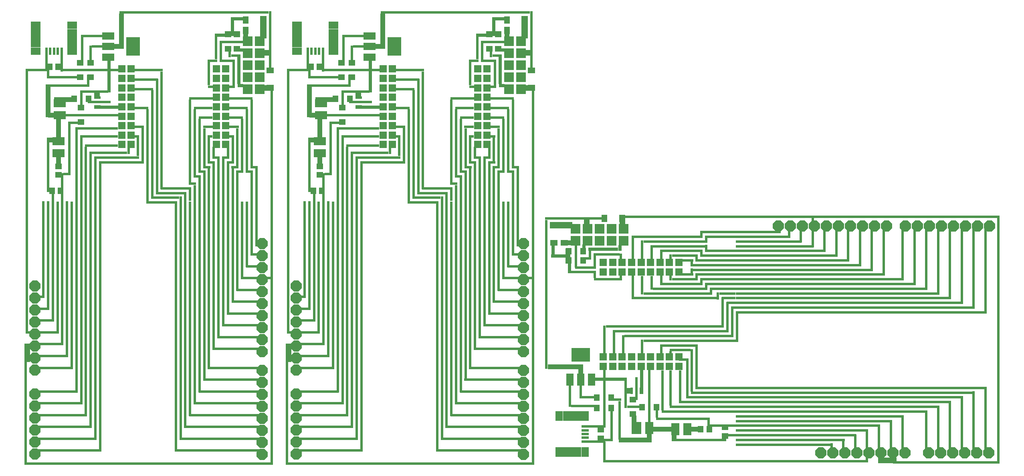
<source format=gbl>
G04 Layer_Physical_Order=2*
G04 Layer_Color=16711680*
%FSLAX44Y44*%
%MOMM*%
G71*
G01*
G75*
%ADD10R,1.2000X1.6000*%
%ADD11R,1.4000X1.2000*%
%ADD12R,1.2000X1.4000*%
%ADD13R,1.6000X1.2000*%
%ADD14R,0.6000X1.6000*%
%ADD15R,2.0000X1.6000*%
%ADD16R,2.5000X1.5000*%
%ADD17R,1.4500X0.5500*%
%ADD18R,1.4500X0.5500*%
%ADD19R,0.5000X2.8000*%
%ADD20R,2.5000X0.5000*%
%ADD21R,0.5000X4.2500*%
%ADD22R,1.5000X1.0000*%
%ADD23R,8.2500X0.5000*%
%ADD24R,0.5000X2.5000*%
%ADD25R,3.9000X1.0000*%
%ADD26R,5.2500X0.7500*%
%ADD27R,3.6000X0.5000*%
%ADD28R,1.0000X5.5000*%
%ADD29R,6.5000X0.5000*%
%ADD30R,0.5000X1.4999*%
%ADD31R,6.0000X0.5000*%
%ADD32R,6.5000X0.5000*%
%ADD33R,0.5000X3.0000*%
%ADD34R,1.5000X0.5000*%
%ADD35R,0.5000X11.5000*%
%ADD36R,5.5000X0.5000*%
%ADD37R,0.5000X9.5000*%
%ADD38R,4.5000X0.5000*%
%ADD39R,0.5000X7.5000*%
%ADD40R,3.5000X0.5000*%
%ADD41R,0.5000X5.5000*%
%ADD42R,2.5000X0.5000*%
%ADD43R,0.5000X1.5000*%
%ADD44R,0.5000X3.5000*%
%ADD45R,1.5000X0.5000*%
%ADD46R,0.5000X25.0000*%
%ADD47R,4.0000X0.5000*%
%ADD48R,0.5000X7.5000*%
%ADD49R,3.0000X0.5000*%
%ADD50R,2.0000X0.5000*%
%ADD51R,1.0000X0.5000*%
%ADD52R,0.5000X24.5000*%
%ADD53R,5.5000X0.5000*%
%ADD54R,4.5000X0.5000*%
%ADD55R,0.5000X23.0000*%
%ADD56R,0.5000X20.0000*%
%ADD57R,0.5000X8.0000*%
%ADD58R,9.0000X0.5000*%
%ADD59R,0.5000X9.0000*%
%ADD60R,0.5000X4.5000*%
%ADD61R,0.5000X10.0000*%
%ADD62R,0.5000X10.5000*%
%ADD63R,8.0000X0.5000*%
%ADD64R,0.5000X2.0000*%
%ADD65R,0.5000X12.0000*%
%ADD66R,7.0000X0.5000*%
%ADD67R,7.5000X0.5000*%
%ADD68R,0.5000X14.5000*%
%ADD69R,8.5000X0.5000*%
%ADD70R,0.5000X16.2000*%
%ADD71R,0.5000X3.5000*%
%ADD72R,0.5000X7.0000*%
%ADD73R,0.5000X6.0000*%
%ADD74R,0.5000X7.0000*%
%ADD75R,0.5000X4.5000*%
%ADD76R,0.5000X8.0000*%
%ADD77R,0.5000X1.5000*%
%ADD78R,0.5000X10.0000*%
%ADD79R,1.5000X0.5000*%
%ADD80R,0.5000X2.5000*%
%ADD81R,0.5000X9.0000*%
%ADD82R,0.5000X3.5000*%
%ADD83R,0.5000X7.0000*%
%ADD84R,5.0800X0.5000*%
%ADD85R,3.3000X1.1000*%
%ADD86R,0.7000X1.0000*%
%ADD87R,1.3400X4.7340*%
%ADD88R,1.0000X0.5000*%
%ADD89R,0.5000X55.5000*%
%ADD90R,0.6000X3.7000*%
%ADD91R,12.0000X0.5000*%
%ADD92R,0.6000X5.0000*%
%ADD93R,4.1500X0.5000*%
%ADD94R,1.0000X7.0000*%
%ADD95R,13.5000X0.5000*%
%ADD96R,0.5000X6.5000*%
%ADD97R,0.5000X11.5000*%
%ADD98R,1.0000X1.5000*%
%ADD99R,1.5000X0.5000*%
%ADD100R,0.5000X10.9000*%
%ADD101R,2.0000X0.5000*%
%ADD102R,0.5000X4.5000*%
%ADD103R,3.2500X0.5000*%
%ADD104R,1.7500X0.5000*%
%ADD105R,0.5000X5.2500*%
%ADD106R,1.1000X0.8000*%
%ADD107R,1.4000X0.6000*%
%ADD108R,0.7000X6.3000*%
%ADD109R,1.3000X0.7000*%
%ADD110R,0.6000X1.5000*%
%ADD111R,2.1000X0.7500*%
%ADD112R,0.8000X3.6000*%
%ADD113R,1.2500X0.5000*%
%ADD114R,0.5000X5.5000*%
%ADD115R,1.7500X0.7500*%
%ADD116R,0.6000X12.3340*%
%ADD117R,1.4000X1.3000*%
%ADD118R,0.5000X79.7750*%
%ADD119R,51.5000X0.5000*%
%ADD120R,0.5000X22.5000*%
%ADD121R,1.2500X3.9000*%
%ADD122R,2.4000X1.3000*%
%ADD123R,31.5850X0.5000*%
%ADD124R,0.7500X7.0000*%
%ADD125R,1.2500X1.7500*%
%ADD126R,6.0000X0.5000*%
%ADD127R,1.0000X7.5000*%
%ADD128R,1.7500X1.0000*%
%ADD129R,4.8000X0.5000*%
%ADD130R,0.5000X6.0000*%
%ADD131R,6.7500X0.5000*%
%ADD132R,0.5000X1.5000*%
%ADD133R,2.0000X0.6500*%
%ADD134R,2.0000X1.6000*%
%ADD135R,2.0000X5.5000*%
%ADD136R,2.0000X5.5000*%
%ADD137R,3.0000X4.0000*%
%ADD138R,0.5000X11.5000*%
%ADD139R,0.5000X9.6000*%
%ADD140R,0.5000X14.0000*%
%ADD141R,0.5000X16.5000*%
%ADD142R,0.5000X19.0000*%
%ADD143R,0.5000X21.5000*%
%ADD144R,0.5000X24.0000*%
%ADD145R,0.5000X26.5000*%
%ADD146R,0.5000X29.0000*%
%ADD147R,0.5000X31.5000*%
%ADD148R,0.5000X35.5000*%
%ADD149R,0.5000X38.0000*%
%ADD150R,0.5000X40.5000*%
%ADD151R,0.5000X53.0000*%
%ADD152R,0.5000X50.5000*%
%ADD153R,0.5000X48.0000*%
%ADD154R,0.5000X45.5000*%
%ADD155R,0.5000X43.0000*%
%ADD156R,3.5000X0.5000*%
%ADD157R,6.5000X0.5000*%
%ADD158R,8.5000X0.5000*%
%ADD159R,9.5000X0.5000*%
%ADD160R,10.5000X0.5000*%
%ADD161R,11.5000X0.5000*%
%ADD162R,10.5000X0.5000*%
%ADD163R,9.5000X0.5000*%
%ADD164R,7.5000X0.5000*%
%ADD165R,5.5000X0.5000*%
%ADD166R,4.5000X0.5000*%
%ADD167R,3.5000X0.5000*%
%ADD168R,2.5000X0.5000*%
%ADD169R,0.5000X33.0000*%
%ADD170R,0.5000X30.5000*%
%ADD171R,0.5000X28.0000*%
%ADD172R,0.5000X25.5000*%
%ADD173R,0.5000X23.0000*%
%ADD174R,0.5000X20.5000*%
%ADD175R,1.5000X0.5000*%
%ADD176R,12.0000X0.5000*%
%ADD177R,13.0000X0.5000*%
%ADD178R,14.0000X0.5000*%
%ADD179R,18.5000X0.5000*%
%ADD180R,17.5000X0.5000*%
%ADD181R,16.5000X0.5000*%
%ADD182R,15.5000X0.5000*%
%ADD183R,14.5000X0.5000*%
%ADD184R,13.5000X0.5000*%
%ADD185R,12.5000X0.5000*%
%ADD186R,1.2000X1.6000*%
%ADD187R,1.6000X0.6000*%
%ADD188R,1.6000X2.0000*%
%ADD189R,1.5000X2.5000*%
%ADD190R,0.5500X1.4500*%
%ADD191R,0.5500X1.4500*%
%ADD192R,2.8000X0.5000*%
%ADD193R,0.5000X2.5000*%
%ADD194R,4.2500X0.5000*%
%ADD195R,1.0000X1.5000*%
%ADD196R,0.5000X8.2500*%
%ADD197R,2.5000X0.5000*%
%ADD198R,1.0000X3.9000*%
%ADD199R,0.7500X5.2500*%
%ADD200R,0.5000X3.6000*%
%ADD201R,5.5000X1.0000*%
%ADD202R,0.5000X6.5000*%
%ADD203R,1.4999X0.5000*%
%ADD204R,3.0000X0.5000*%
%ADD205R,0.5000X1.5000*%
%ADD206R,11.5000X0.5000*%
%ADD207R,9.5000X0.5000*%
%ADD208R,7.5000X0.5000*%
%ADD209R,25.0000X0.5000*%
%ADD210R,0.5000X4.0000*%
%ADD211R,7.5000X0.5000*%
%ADD212R,0.5000X3.0000*%
%ADD213R,0.5000X2.0000*%
%ADD214R,0.5000X1.0000*%
%ADD215R,24.5000X0.5000*%
%ADD216R,23.0000X0.5000*%
%ADD217R,20.0000X0.5000*%
%ADD218R,9.0000X0.5000*%
%ADD219R,10.0000X0.5000*%
%ADD220R,10.5000X0.5000*%
%ADD221R,2.0000X0.5000*%
%ADD222R,12.0000X0.5000*%
%ADD223R,0.5000X7.5000*%
%ADD224R,14.5000X0.5000*%
%ADD225R,0.5000X8.5000*%
%ADD226R,16.2000X0.5000*%
%ADD227R,7.0000X0.5000*%
%ADD228R,6.0000X0.5000*%
%ADD229R,8.0000X0.5000*%
%ADD230R,1.5000X0.5000*%
%ADD231R,10.0000X0.5000*%
%ADD232R,0.5000X1.5000*%
%ADD233R,9.0000X0.5000*%
%ADD234R,3.5000X0.5000*%
%ADD235R,0.5000X5.0800*%
%ADD236R,1.1000X3.3000*%
%ADD237R,1.0000X0.7000*%
%ADD238R,4.7340X1.3400*%
%ADD239R,0.5000X1.0000*%
%ADD240R,55.5000X0.5000*%
%ADD241R,3.7000X0.6000*%
%ADD242R,0.5000X12.0000*%
%ADD243R,5.0000X0.6000*%
%ADD244R,0.5000X4.1500*%
%ADD245R,7.0000X1.0000*%
%ADD246R,0.5000X13.5000*%
%ADD247R,6.5000X0.5000*%
%ADD248R,11.5000X0.5000*%
%ADD249R,1.5000X1.0000*%
%ADD250R,10.9000X0.5000*%
%ADD251R,0.5000X2.0000*%
%ADD252R,4.5000X0.5000*%
%ADD253R,0.5000X3.2500*%
%ADD254R,0.5000X1.7500*%
%ADD255R,5.2500X0.5000*%
%ADD256R,0.8000X1.1000*%
%ADD257R,0.6000X1.4000*%
%ADD258R,6.3000X0.7000*%
%ADD259R,0.7000X1.3000*%
%ADD260R,1.5000X0.6000*%
%ADD261R,0.7500X2.1000*%
%ADD262R,3.6000X0.8000*%
%ADD263R,0.5000X1.2500*%
%ADD264R,5.5000X0.5000*%
%ADD265R,0.7500X1.7500*%
%ADD266R,12.3340X0.6000*%
%ADD267R,1.3000X1.4000*%
%ADD268R,79.7750X0.5000*%
%ADD269R,0.5000X51.5000*%
%ADD270R,22.5000X0.5000*%
%ADD271R,3.9000X1.2500*%
%ADD272R,1.3000X2.4000*%
%ADD273R,0.5000X31.5850*%
%ADD274R,7.0000X0.7500*%
%ADD275R,1.7500X1.2500*%
%ADD276R,0.5000X6.0000*%
%ADD277R,7.5000X1.0000*%
%ADD278R,1.0000X1.7500*%
%ADD279R,0.5000X4.8000*%
%ADD280R,0.5000X6.7500*%
%ADD281R,0.6500X2.0000*%
%ADD282R,1.6000X2.0000*%
%ADD283R,5.5000X2.0000*%
%ADD284R,4.0000X3.0000*%
%ADD285R,11.5000X0.5000*%
%ADD286R,9.6000X0.5000*%
%ADD287R,14.0000X0.5000*%
%ADD288R,16.5000X0.5000*%
%ADD289R,19.0000X0.5000*%
%ADD290R,21.5000X0.5000*%
%ADD291R,24.0000X0.5000*%
%ADD292R,26.5000X0.5000*%
%ADD293R,29.0000X0.5000*%
%ADD294R,31.5000X0.5000*%
%ADD295R,35.5000X0.5000*%
%ADD296R,38.0000X0.5000*%
%ADD297R,40.5000X0.5000*%
%ADD298R,53.0000X0.5000*%
%ADD299R,50.5000X0.5000*%
%ADD300R,48.0000X0.5000*%
%ADD301R,45.5000X0.5000*%
%ADD302R,43.0000X0.5000*%
%ADD303R,0.5000X6.5000*%
%ADD304R,0.5000X8.5000*%
%ADD305R,0.5000X9.5000*%
%ADD306R,0.5000X10.5000*%
%ADD307R,0.5000X11.5000*%
%ADD308R,0.5000X10.5000*%
%ADD309R,0.5000X9.5000*%
%ADD310R,0.5000X7.5000*%
%ADD311R,0.5000X5.5000*%
%ADD312R,0.5000X4.5000*%
%ADD313R,0.5000X3.5000*%
%ADD314R,0.5000X2.5000*%
%ADD315R,53.0000X0.5000*%
%ADD316R,43.0000X0.5000*%
%ADD317R,40.5000X0.5000*%
%ADD318R,35.5000X0.5000*%
%ADD319R,33.0000X0.5000*%
%ADD320R,30.5000X0.5000*%
%ADD321R,28.0000X0.5000*%
%ADD322R,25.5000X0.5000*%
%ADD323R,23.0000X0.5000*%
%ADD324R,20.5000X0.5000*%
%ADD325R,0.5000X12.0000*%
%ADD326R,0.5000X13.0000*%
%ADD327R,0.5000X14.0000*%
%ADD328R,0.5000X18.5000*%
%ADD329R,0.5000X17.5000*%
%ADD330R,0.5000X16.5000*%
%ADD331R,0.5000X15.5000*%
%ADD332R,0.5000X14.5000*%
%ADD333R,0.5000X13.5000*%
%ADD334R,0.5000X12.5000*%
%ADD335R,2.0000X2.0000*%
%ADD336R,2.5000X1.7000*%
%ADD337R,1.6000X1.6000*%
%ADD338P,2.4895X8X292.5*%
%ADD339R,2.0000X2.0000*%
%ADD340R,1.7000X2.5000*%
%ADD341R,1.6000X1.6000*%
%ADD342P,2.4895X8X382.5*%
D10*
X858310Y1174766D02*
D03*
Y1196766D02*
D03*
X821310D02*
D03*
Y1174766D02*
D03*
X1373310D02*
D03*
Y1196766D02*
D03*
X1410310D02*
D03*
Y1174766D02*
D03*
D11*
X426560Y868890D02*
D03*
Y886890D02*
D03*
X473560Y980650D02*
D03*
Y1011130D02*
D03*
X493560Y1075650D02*
D03*
Y1106130D02*
D03*
X471560D02*
D03*
Y1075650D02*
D03*
X784310Y1135650D02*
D03*
X803310D02*
D03*
Y1166130D02*
D03*
X784310D02*
D03*
X1025560Y1011130D02*
D03*
Y980650D02*
D03*
X978560Y886890D02*
D03*
Y868890D02*
D03*
X1023560Y1075650D02*
D03*
X1045560D02*
D03*
Y1106130D02*
D03*
X1023560D02*
D03*
X1336310Y1135650D02*
D03*
X1355310D02*
D03*
Y1166130D02*
D03*
X1336310D02*
D03*
X1639810Y393010D02*
D03*
Y362530D02*
D03*
X1571810Y329270D02*
D03*
Y311270D02*
D03*
X1834310Y316270D02*
D03*
Y334270D02*
D03*
D12*
X412560Y835390D02*
D03*
X430560D02*
D03*
X489300Y1029890D02*
D03*
X458820D02*
D03*
X425560Y1097890D02*
D03*
X407560D02*
D03*
X964560Y835390D02*
D03*
X982560D02*
D03*
X1041300Y1029890D02*
D03*
X977560Y1097890D02*
D03*
X1010820Y1029890D02*
D03*
X959560Y1097890D02*
D03*
X1503570Y707020D02*
D03*
Y688020D02*
D03*
X1534050D02*
D03*
Y707020D02*
D03*
X1563570Y397270D02*
D03*
X1594050D02*
D03*
Y375270D02*
D03*
X1563570D02*
D03*
X1658570Y377270D02*
D03*
X1689050D02*
D03*
X1782810Y330270D02*
D03*
X1800810D02*
D03*
D13*
X872936Y1053140D02*
D03*
Y1090140D02*
D03*
X1424936Y1053140D02*
D03*
Y1090140D02*
D03*
X1472934Y762020D02*
D03*
X1494934D02*
D03*
Y725020D02*
D03*
X1472934D02*
D03*
D14*
X968560Y1130890D02*
D03*
X976560D02*
D03*
X984560D02*
D03*
X960560D02*
D03*
X952560D02*
D03*
X432560D02*
D03*
X424560D02*
D03*
X416560D02*
D03*
X408560D02*
D03*
X400560D02*
D03*
D15*
X930060Y1130890D02*
D03*
X378060D02*
D03*
D16*
X1083560Y1117890D02*
D03*
Y1140390D02*
D03*
Y1162890D02*
D03*
X531560D02*
D03*
Y1140390D02*
D03*
Y1117890D02*
D03*
D17*
X508310Y1013390D02*
D03*
X1060310D02*
D03*
D18*
X1060392Y1032542D02*
D03*
X1081728Y1022890D02*
D03*
X529728D02*
D03*
X508392Y1032542D02*
D03*
D19*
X1026060Y1028890D02*
D03*
X474060D02*
D03*
D20*
X1061060Y1140390D02*
D03*
X509060D02*
D03*
D21*
X1046060Y1121640D02*
D03*
X494060D02*
D03*
D22*
X961060Y942890D02*
D03*
X963560Y995390D02*
D03*
X411560D02*
D03*
X409060Y942890D02*
D03*
D23*
X997310Y1057890D02*
D03*
X445310D02*
D03*
D24*
X414060Y820390D02*
D03*
X489060Y1067890D02*
D03*
X744060Y905390D02*
D03*
X966060Y820390D02*
D03*
X1041060Y1067890D02*
D03*
X1296060Y905390D02*
D03*
D25*
X988060Y1027890D02*
D03*
X436060D02*
D03*
D26*
X527810Y1011640D02*
D03*
X1079810D02*
D03*
D27*
X1058060Y1022890D02*
D03*
X506060D02*
D03*
D28*
X978560Y967890D02*
D03*
X426560D02*
D03*
D29*
X644060Y810390D02*
D03*
X1196060D02*
D03*
D30*
X684060Y815391D02*
D03*
X1236060D02*
D03*
D31*
X651560Y820390D02*
D03*
X1203560D02*
D03*
D32*
X664060Y830390D02*
D03*
X674060Y840390D02*
D03*
X614060Y1090390D02*
D03*
X1166060D02*
D03*
X1216060Y830390D02*
D03*
X1226060Y840390D02*
D03*
D33*
X694060Y817890D02*
D03*
X704060Y827890D02*
D03*
X1246060Y817890D02*
D03*
X1256060Y827890D02*
D03*
D34*
X709060Y850390D02*
D03*
X739060Y885390D02*
D03*
X1261060Y850390D02*
D03*
X1291060Y885390D02*
D03*
D35*
X834060Y970390D02*
D03*
X704060D02*
D03*
X1256060D02*
D03*
X1386060D02*
D03*
D36*
X829060Y625390D02*
D03*
X1281060Y1030390D02*
D03*
X1361060D02*
D03*
X1729310Y707770D02*
D03*
Y637770D02*
D03*
X1779310Y617770D02*
D03*
X1529310Y662770D02*
D03*
X1381060Y625390D02*
D03*
X809060Y1030390D02*
D03*
X729060D02*
D03*
D37*
X824060Y960390D02*
D03*
X714060D02*
D03*
X1266060D02*
D03*
X1376060D02*
D03*
D38*
X834060Y650390D02*
D03*
X804060Y1010390D02*
D03*
X1386060Y650390D02*
D03*
X1739310Y497770D02*
D03*
X1356060Y1010390D02*
D03*
D39*
X814060Y950390D02*
D03*
X1366060D02*
D03*
D40*
X799060Y990390D02*
D03*
X599060Y1010390D02*
D03*
X1151060D02*
D03*
X1351060Y990390D02*
D03*
D41*
X714060Y890390D02*
D03*
X734060Y940390D02*
D03*
X804060D02*
D03*
X759060Y1140390D02*
D03*
X1266060Y890390D02*
D03*
X1286060Y940390D02*
D03*
X1356060D02*
D03*
X1311060Y1140390D02*
D03*
X1639310Y712770D02*
D03*
Y632770D02*
D03*
X1599310Y512770D02*
D03*
X2044310Y732770D02*
D03*
D42*
X844060Y700390D02*
D03*
X794060Y970390D02*
D03*
X1346060D02*
D03*
X1396060Y700390D02*
D03*
D43*
X784060Y910390D02*
D03*
Y920390D02*
D03*
X754060Y920390D02*
D03*
X1336060Y910390D02*
D03*
Y920390D02*
D03*
X1306060Y920390D02*
D03*
X2059310Y292770D02*
D03*
D44*
X794060Y930390D02*
D03*
X744060D02*
D03*
X1296060D02*
D03*
X1346060D02*
D03*
X1679310Y702770D02*
D03*
X1659310Y502770D02*
D03*
D45*
X719060Y865390D02*
D03*
X729060Y875390D02*
D03*
X789060Y950390D02*
D03*
X754060Y1110390D02*
D03*
X584060Y950390D02*
D03*
X1136060D02*
D03*
X1271060Y865390D02*
D03*
X1281060Y875390D02*
D03*
X1341060Y950390D02*
D03*
X1306060Y1110390D02*
D03*
D46*
X644060Y962890D02*
D03*
X1196060D02*
D03*
D47*
X731560Y1010390D02*
D03*
X1283560D02*
D03*
D48*
X724060Y950390D02*
D03*
X1276060D02*
D03*
D49*
X736560Y990390D02*
D03*
X1288560D02*
D03*
D50*
X741560Y970390D02*
D03*
X591560D02*
D03*
X1143560D02*
D03*
X1293560D02*
D03*
D51*
X746560Y950390D02*
D03*
X1298560D02*
D03*
D52*
X634060Y950390D02*
D03*
X1186060D02*
D03*
D53*
X609060Y1070390D02*
D03*
X1161060D02*
D03*
D54*
X604060Y1050390D02*
D03*
X1156060D02*
D03*
D55*
X624060Y932890D02*
D03*
X1176060D02*
D03*
D56*
X614060Y907890D02*
D03*
X1166060D02*
D03*
D57*
X604060Y932890D02*
D03*
X1156060D02*
D03*
X1754310Y435270D02*
D03*
D58*
X551560Y905390D02*
D03*
X561560Y895390D02*
D03*
X1103560Y905390D02*
D03*
X1113560Y895390D02*
D03*
D59*
X754060Y852890D02*
D03*
X514060D02*
D03*
X1066060D02*
D03*
X1306060D02*
D03*
D60*
X594060Y930390D02*
D03*
X1146060D02*
D03*
X1619310Y507770D02*
D03*
X1659310Y707770D02*
D03*
X2019310Y737770D02*
D03*
D61*
X504060Y857890D02*
D03*
X1056060D02*
D03*
D62*
X494060Y860390D02*
D03*
X1046060D02*
D03*
D63*
X531560Y915390D02*
D03*
X1083560D02*
D03*
X1736810Y507770D02*
D03*
D64*
X574060Y922890D02*
D03*
X1126060D02*
D03*
D65*
X484060Y867890D02*
D03*
X1036060D02*
D03*
D66*
X516560Y930390D02*
D03*
X1068560D02*
D03*
X1826810Y637770D02*
D03*
X1826810Y737770D02*
D03*
D67*
X819060Y575390D02*
D03*
X1066060Y950390D02*
D03*
X1371060Y575390D02*
D03*
X514060Y950390D02*
D03*
D68*
X474060Y880390D02*
D03*
X1026060D02*
D03*
D69*
X509060Y967390D02*
D03*
X1061060D02*
D03*
D70*
X464060Y888890D02*
D03*
X1016060D02*
D03*
D71*
X714060Y830390D02*
D03*
X734060Y900390D02*
D03*
X834060D02*
D03*
X1266060Y830390D02*
D03*
X1286060Y900390D02*
D03*
X1386060D02*
D03*
X1994310Y742770D02*
D03*
D72*
X704060Y882890D02*
D03*
X1256060D02*
D03*
D73*
X724060Y837890D02*
D03*
X1276060D02*
D03*
D74*
X834060Y842890D02*
D03*
X734060D02*
D03*
X1286060D02*
D03*
X1386060D02*
D03*
X1739310Y420270D02*
D03*
D75*
X824060Y895390D02*
D03*
X814060D02*
D03*
X724060D02*
D03*
X1276060D02*
D03*
X1366060D02*
D03*
X1376060D02*
D03*
D76*
X844060Y847890D02*
D03*
X794060D02*
D03*
X744060D02*
D03*
X1296060D02*
D03*
X1346060D02*
D03*
X1396060D02*
D03*
D77*
X754060Y910390D02*
D03*
X1306060D02*
D03*
D78*
X774060Y857890D02*
D03*
X764060D02*
D03*
X1316060D02*
D03*
X1326060D02*
D03*
D79*
X829060Y875390D02*
D03*
X839060Y885390D02*
D03*
X809060Y875390D02*
D03*
X799060Y885390D02*
D03*
X789060Y895390D02*
D03*
X779060Y905390D02*
D03*
X759060D02*
D03*
X749060Y895390D02*
D03*
X1301060D02*
D03*
X1311060Y905390D02*
D03*
X1331060D02*
D03*
X1341060Y895390D02*
D03*
X1351060Y885390D02*
D03*
X1361060Y875390D02*
D03*
X1381060D02*
D03*
X1391060Y885390D02*
D03*
D80*
X794060Y905390D02*
D03*
X1346060D02*
D03*
D81*
X784060Y852890D02*
D03*
X1336060D02*
D03*
X1774310Y465270D02*
D03*
X1764310Y455270D02*
D03*
D82*
X804060Y900390D02*
D03*
X1356060D02*
D03*
D83*
X804060Y842890D02*
D03*
X1356060D02*
D03*
D84*
X794190Y1150390D02*
D03*
X1346190D02*
D03*
D85*
X793410Y1167550D02*
D03*
X1345410D02*
D03*
D86*
X856410Y1166050D02*
D03*
X1408410D02*
D03*
D87*
X858610Y1181720D02*
D03*
X1410610D02*
D03*
D88*
X361560Y535390D02*
D03*
X913560D02*
D03*
D89*
X359060Y815390D02*
D03*
X911060D02*
D03*
D90*
X984560Y1106390D02*
D03*
X432560D02*
D03*
D91*
X1046060Y1090390D02*
D03*
X494060D02*
D03*
D92*
X952560Y1112890D02*
D03*
X400560D02*
D03*
D93*
X931810Y1090390D02*
D03*
X379810D02*
D03*
D94*
X956060Y1025390D02*
D03*
X404060D02*
D03*
D95*
X489060Y995390D02*
D03*
X1041060D02*
D03*
D96*
X434060Y840390D02*
D03*
X986060D02*
D03*
X1579310Y517770D02*
D03*
X1829310Y577770D02*
D03*
X1839310Y567770D02*
D03*
D97*
X404060Y890390D02*
D03*
X956060D02*
D03*
D98*
X426560Y900390D02*
D03*
X978560D02*
D03*
D99*
X444060Y870390D02*
D03*
X996060D02*
D03*
D100*
X449060Y927390D02*
D03*
X1001060D02*
D03*
D101*
X1013560Y979390D02*
D03*
X461560D02*
D03*
D102*
X769060Y1130390D02*
D03*
X1321060D02*
D03*
D103*
X782810Y1110390D02*
D03*
X1334810D02*
D03*
D104*
X790310Y1055390D02*
D03*
X1342310D02*
D03*
D105*
X796560Y1084140D02*
D03*
X1348560D02*
D03*
D106*
X821410Y1165050D02*
D03*
X1373410D02*
D03*
D107*
X797910Y1121050D02*
D03*
X1349910D02*
D03*
D108*
X807410Y1092550D02*
D03*
X1359410D02*
D03*
D109*
X810410Y1057550D02*
D03*
X1362410D02*
D03*
D110*
X787910Y1125550D02*
D03*
X1339910D02*
D03*
D111*
X806060Y1199140D02*
D03*
X1358060D02*
D03*
D112*
X793310Y1184890D02*
D03*
X1345310D02*
D03*
D113*
X872810Y650390D02*
D03*
X1299810Y1055390D02*
D03*
X1424810Y650390D02*
D03*
X747810Y1055390D02*
D03*
D114*
X744060Y1085390D02*
D03*
X1296060D02*
D03*
D115*
X770310Y1164140D02*
D03*
X1322310D02*
D03*
D116*
X872910Y1153720D02*
D03*
X1424910D02*
D03*
D117*
X865910Y1127550D02*
D03*
X1417910D02*
D03*
D118*
X876560Y654265D02*
D03*
X1428560D02*
D03*
D119*
X616560Y257890D02*
D03*
X1168560D02*
D03*
D120*
X356560Y367890D02*
D03*
X908560D02*
D03*
D121*
X360310Y492390D02*
D03*
X912310D02*
D03*
D122*
X868910Y1052550D02*
D03*
X1420910D02*
D03*
D123*
X711985Y1212890D02*
D03*
X1263985D02*
D03*
D124*
X1084810Y1077890D02*
D03*
X532810D02*
D03*
D125*
X1059810Y1039140D02*
D03*
X507810D02*
D03*
D126*
X1053560Y1045390D02*
D03*
X501560D02*
D03*
D127*
X1111060Y1172890D02*
D03*
X559060D02*
D03*
D128*
X1097310Y1140390D02*
D03*
X545310D02*
D03*
D129*
X1049560Y1162890D02*
D03*
X497560D02*
D03*
D130*
X1028060Y1130890D02*
D03*
X476060D02*
D03*
X1849310Y555270D02*
D03*
D131*
X987310Y1075390D02*
D03*
X435310D02*
D03*
D132*
X956060Y1085390D02*
D03*
X404060D02*
D03*
D133*
X807560Y1133140D02*
D03*
X1359560D02*
D03*
D134*
X1007059Y1185889D02*
D03*
X455059D02*
D03*
D135*
X1007059Y1150390D02*
D03*
X455059D02*
D03*
D136*
X930061Y1166390D02*
D03*
X378061D02*
D03*
D137*
X1136060Y1140390D02*
D03*
X584060D02*
D03*
D138*
X834060Y755390D02*
D03*
X1386060D02*
D03*
D139*
X844060Y764890D02*
D03*
X1396060D02*
D03*
D140*
X824060Y742890D02*
D03*
X1376060D02*
D03*
D141*
X814060Y730390D02*
D03*
X1366060D02*
D03*
D142*
X804060Y717890D02*
D03*
X1356060D02*
D03*
D143*
X794060Y705390D02*
D03*
X1346060D02*
D03*
D144*
X784060Y692890D02*
D03*
X1336060D02*
D03*
D145*
X774060Y680390D02*
D03*
X1326060D02*
D03*
D146*
X764060Y667890D02*
D03*
X1316060D02*
D03*
D147*
X754060Y655390D02*
D03*
X1306060D02*
D03*
D148*
X454060Y635390D02*
D03*
X744060Y635390D02*
D03*
X1006060Y635390D02*
D03*
X1296060Y635390D02*
D03*
D149*
X734060Y622890D02*
D03*
X1286060D02*
D03*
D150*
X464060Y610390D02*
D03*
X724060Y610390D02*
D03*
X1016060Y610390D02*
D03*
X1276060Y610390D02*
D03*
D151*
X514060Y547890D02*
D03*
X674060Y547890D02*
D03*
X1066060Y547890D02*
D03*
X1226060Y547890D02*
D03*
D152*
X504061Y560390D02*
D03*
X684060Y560390D02*
D03*
X1056060Y560390D02*
D03*
X1236060Y560390D02*
D03*
D153*
X494061Y572890D02*
D03*
X694060D02*
D03*
X1046060D02*
D03*
X1246060D02*
D03*
D154*
X484061Y585390D02*
D03*
X704060Y585390D02*
D03*
X1036060Y585390D02*
D03*
X1256060Y585390D02*
D03*
D155*
X474060Y597890D02*
D03*
X714060D02*
D03*
X1026060D02*
D03*
X1266060D02*
D03*
D156*
X839060Y675390D02*
D03*
X1391060D02*
D03*
X1739310Y647770D02*
D03*
X1769310Y637770D02*
D03*
X1739310Y697770D02*
D03*
X1769310Y737770D02*
D03*
X1839310Y617770D02*
D03*
D157*
X414060Y485390D02*
D03*
X824060Y600390D02*
D03*
X966060Y485390D02*
D03*
X1376060Y600390D02*
D03*
D158*
X424060Y410390D02*
D03*
X814060Y550390D02*
D03*
X976060Y410390D02*
D03*
X1366060Y550390D02*
D03*
D159*
X809060Y525390D02*
D03*
X1361060D02*
D03*
D160*
X804060Y500390D02*
D03*
X1356060D02*
D03*
D161*
X799060Y460390D02*
D03*
X1351060D02*
D03*
D162*
X434060Y360390D02*
D03*
X986060D02*
D03*
D163*
X429060Y385390D02*
D03*
X981060D02*
D03*
D164*
X419060Y460390D02*
D03*
X971060D02*
D03*
D165*
X409060Y510390D02*
D03*
X961060D02*
D03*
D166*
X404060Y535390D02*
D03*
X956060D02*
D03*
X1774310Y627770D02*
D03*
Y717770D02*
D03*
Y727770D02*
D03*
D167*
X399060Y560390D02*
D03*
X951060D02*
D03*
D168*
X394060Y585390D02*
D03*
X946060D02*
D03*
D169*
X444061Y647890D02*
D03*
X996060D02*
D03*
D170*
X434061Y660390D02*
D03*
X986060D02*
D03*
D171*
X424060Y672890D02*
D03*
X976060D02*
D03*
D172*
X414060Y685389D02*
D03*
X966060D02*
D03*
D173*
X404060Y697890D02*
D03*
X956060D02*
D03*
D174*
X394060Y710390D02*
D03*
X946060D02*
D03*
D175*
X389060Y610390D02*
D03*
X941060D02*
D03*
X1749310Y657770D02*
D03*
Y687770D02*
D03*
X1759310D02*
D03*
D176*
X436560Y335390D02*
D03*
X988560D02*
D03*
D177*
X441560Y310390D02*
D03*
X993560D02*
D03*
D178*
X446560Y285390D02*
D03*
X998560D02*
D03*
D179*
X764060Y285390D02*
D03*
X1316060D02*
D03*
D180*
X769060Y310390D02*
D03*
X1321060D02*
D03*
D181*
X774060Y335390D02*
D03*
X1326060D02*
D03*
D182*
X779060Y360390D02*
D03*
X1331060D02*
D03*
D183*
X784060Y385390D02*
D03*
X1336060D02*
D03*
D184*
X789060Y410390D02*
D03*
X1341060D02*
D03*
D185*
X794060Y435390D02*
D03*
X1346060D02*
D03*
D186*
X1579560Y776646D02*
D03*
X1616560D02*
D03*
D187*
X1538810Y304270D02*
D03*
Y312270D02*
D03*
Y320270D02*
D03*
Y328270D02*
D03*
Y336270D02*
D03*
D188*
X1538810Y281770D02*
D03*
D189*
X1506810Y435270D02*
D03*
X1529310D02*
D03*
X1551810D02*
D03*
D190*
X1656310Y412020D02*
D03*
D191*
X1637158Y412102D02*
D03*
X1646810Y433438D02*
D03*
D192*
X1640810Y377770D02*
D03*
D193*
X1529310Y412770D02*
D03*
X1699310Y697770D02*
D03*
X1969310Y747770D02*
D03*
D194*
X1548060Y397770D02*
D03*
D195*
X1674310Y315270D02*
D03*
X1726810Y312770D02*
D03*
D196*
X1611810Y349020D02*
D03*
D197*
X1601810Y392770D02*
D03*
X1849310Y317770D02*
D03*
X1764310Y647770D02*
D03*
X1764310Y697770D02*
D03*
D198*
X1641810Y339770D02*
D03*
D199*
X1658060Y431520D02*
D03*
D200*
X1646810Y409770D02*
D03*
D201*
X1701810Y330270D02*
D03*
D202*
X1859310Y547770D02*
D03*
X2184310Y317770D02*
D03*
D203*
X1854309Y587770D02*
D03*
D204*
X1851810Y597770D02*
D03*
X1841810Y607770D02*
D03*
D205*
X1559310Y657770D02*
D03*
X1719310Y487770D02*
D03*
X1804310Y622770D02*
D03*
X1819310Y612770D02*
D03*
X1794310Y632770D02*
D03*
X1784310Y642770D02*
D03*
X1719310Y692770D02*
D03*
D206*
X1699310Y607770D02*
D03*
Y737770D02*
D03*
D207*
X1709310Y617770D02*
D03*
Y727770D02*
D03*
D208*
X1719310Y717770D02*
D03*
D209*
X1706810Y547770D02*
D03*
D210*
X1659310Y635270D02*
D03*
D211*
X1719310Y627770D02*
D03*
D212*
X1679310Y640270D02*
D03*
D213*
X1699310Y495270D02*
D03*
Y645270D02*
D03*
D214*
X1719310Y650270D02*
D03*
D215*
X1719310Y537770D02*
D03*
D216*
X1736810Y527770D02*
D03*
D217*
X1761810Y517770D02*
D03*
D218*
X1816810Y417770D02*
D03*
Y657770D02*
D03*
D219*
X1811810Y407770D02*
D03*
D220*
X1809310Y397770D02*
D03*
D221*
X1746810Y477770D02*
D03*
D222*
X1801810Y387770D02*
D03*
D223*
X1719310Y417770D02*
D03*
X2094310Y722769D02*
D03*
D224*
X1789310Y377770D02*
D03*
D225*
X1702310Y412770D02*
D03*
X2259310Y327770D02*
D03*
D226*
X1780810Y367770D02*
D03*
D227*
X1786810Y607770D02*
D03*
X1826810Y707770D02*
D03*
D228*
X1538810Y379770D02*
D03*
X1831810Y627770D02*
D03*
D229*
X1821810Y647770D02*
D03*
Y697770D02*
D03*
Y747770D02*
D03*
D230*
X1584310Y307770D02*
D03*
X1759310Y657770D02*
D03*
D231*
X1811810Y667770D02*
D03*
Y677770D02*
D03*
D232*
X1774310Y652770D02*
D03*
X1764310Y662770D02*
D03*
X1794310Y712770D02*
D03*
Y732770D02*
D03*
X1784310Y742770D02*
D03*
Y702770D02*
D03*
X1774310Y692770D02*
D03*
X1764310Y682770D02*
D03*
X1799310Y347770D02*
D03*
D233*
X1816810Y687770D02*
D03*
D234*
X1769310Y707770D02*
D03*
D235*
X1519310Y697900D02*
D03*
D236*
X1502150Y697120D02*
D03*
D237*
X1503650Y760120D02*
D03*
D238*
X1487980Y762320D02*
D03*
D239*
X2134310Y265270D02*
D03*
D240*
X1854310Y262770D02*
D03*
D241*
X1563310Y336270D02*
D03*
D242*
X1579310Y397770D02*
D03*
D243*
X1556810Y304270D02*
D03*
D244*
X1579310Y283520D02*
D03*
D245*
X1644310Y307770D02*
D03*
D246*
X1674310Y392770D02*
D03*
D247*
X1829310Y337770D02*
D03*
D248*
X1779310Y307770D02*
D03*
D249*
X1769310Y330270D02*
D03*
D250*
X1742310Y352770D02*
D03*
D251*
X1690310Y365270D02*
D03*
D252*
X1539310Y672770D02*
D03*
D253*
X1559310Y686520D02*
D03*
D254*
X1614310Y694020D02*
D03*
D255*
X1585560Y700270D02*
D03*
D256*
X1504650Y725120D02*
D03*
D257*
X1548650Y701620D02*
D03*
D258*
X1577150Y711120D02*
D03*
D259*
X1612150Y714120D02*
D03*
D260*
X1544150Y691620D02*
D03*
D261*
X1470560Y709770D02*
D03*
D262*
X1484810Y697020D02*
D03*
D263*
X1614310Y651520D02*
D03*
X2019310Y776520D02*
D03*
D264*
X1584310Y647770D02*
D03*
D265*
X1505560Y674020D02*
D03*
D266*
X1515980Y776620D02*
D03*
D267*
X1542150Y769620D02*
D03*
D268*
X2015435Y780270D02*
D03*
D269*
X2411810Y520270D02*
D03*
D270*
X2301810Y260270D02*
D03*
D271*
X2177310Y264020D02*
D03*
D272*
X1617150Y772620D02*
D03*
D273*
X1456810Y615695D02*
D03*
D274*
X1591810Y436520D02*
D03*
D275*
X1630560Y411520D02*
D03*
D276*
X1624310Y405270D02*
D03*
D277*
X1496810Y462770D02*
D03*
D278*
X1529310Y449020D02*
D03*
D279*
X1506810Y401270D02*
D03*
D280*
X1594310Y339020D02*
D03*
D281*
X1536560Y711270D02*
D03*
D282*
X1483811Y358769D02*
D03*
D283*
X1503310Y281771D02*
D03*
X1519310Y358769D02*
D03*
D284*
X1529310Y487770D02*
D03*
D285*
X1914310Y737769D02*
D03*
D286*
X1904810Y747770D02*
D03*
D287*
X1926810Y727770D02*
D03*
D288*
X1939310Y717770D02*
D03*
D289*
X1951810Y707770D02*
D03*
D290*
X1964310Y697770D02*
D03*
D291*
X1976810Y687769D02*
D03*
D292*
X1989310Y677770D02*
D03*
D293*
X2001810Y667770D02*
D03*
D294*
X2014310Y657770D02*
D03*
D295*
X2034310Y647770D02*
D03*
D296*
X2046810Y637770D02*
D03*
D297*
X2059310Y627770D02*
D03*
D298*
X2121810Y577770D02*
D03*
D299*
X2109310Y407771D02*
D03*
X2109310Y587770D02*
D03*
D300*
X2096810Y397770D02*
D03*
Y597770D02*
D03*
D301*
X2084310Y387771D02*
D03*
X2084310Y607770D02*
D03*
D302*
X2071810Y617770D02*
D03*
D303*
X2069310Y727769D02*
D03*
D304*
X2119310Y717770D02*
D03*
D305*
X2144310Y712770D02*
D03*
D306*
X2169310Y707770D02*
D03*
D307*
X2209310Y702770D02*
D03*
D308*
X2309310Y337770D02*
D03*
D309*
X2284310Y332770D02*
D03*
D310*
X2209310Y322770D02*
D03*
D311*
X2159310Y312771D02*
D03*
D312*
X2134310Y307770D02*
D03*
D313*
X2109310Y302770D02*
D03*
D314*
X2084310Y297770D02*
D03*
D315*
X2121810Y417770D02*
D03*
D316*
X2071810Y377770D02*
D03*
D317*
X2059310Y367770D02*
D03*
D318*
X2034310Y357770D02*
D03*
D319*
X2021810Y347770D02*
D03*
D320*
X2009310Y337771D02*
D03*
D321*
X1996810Y327770D02*
D03*
D322*
X1984310Y317770D02*
D03*
D323*
X1971810Y307770D02*
D03*
D324*
X1959310Y297770D02*
D03*
D325*
X2334310Y340270D02*
D03*
D326*
X2359310Y345270D02*
D03*
D327*
X2384310Y350270D02*
D03*
D328*
X2384310Y667770D02*
D03*
D329*
X2359310Y672770D02*
D03*
D330*
X2334310Y677770D02*
D03*
D331*
X2309310Y682770D02*
D03*
D332*
X2284310Y687770D02*
D03*
D333*
X2259310Y692770D02*
D03*
D334*
X2234310Y697770D02*
D03*
D335*
X825810Y1050040D02*
D03*
X851210D02*
D03*
Y1075440D02*
D03*
Y1100840D02*
D03*
X825810D02*
D03*
Y1075440D02*
D03*
Y1126240D02*
D03*
Y1151640D02*
D03*
X851210D02*
D03*
Y1126240D02*
D03*
X1377810Y1050040D02*
D03*
X1403210D02*
D03*
Y1075440D02*
D03*
Y1100840D02*
D03*
Y1126240D02*
D03*
Y1151640D02*
D03*
X1377810D02*
D03*
Y1126240D02*
D03*
Y1100840D02*
D03*
Y1075440D02*
D03*
D336*
X426560Y914990D02*
D03*
Y940390D02*
D03*
X429060Y995390D02*
D03*
Y1020790D02*
D03*
X978560Y914990D02*
D03*
Y940390D02*
D03*
X981060Y995390D02*
D03*
Y1020790D02*
D03*
D337*
X779560Y932890D02*
D03*
Y952890D02*
D03*
Y972890D02*
D03*
Y992890D02*
D03*
X779560Y1012890D02*
D03*
X779560Y1032890D02*
D03*
Y1052890D02*
D03*
Y1072890D02*
D03*
X779560Y1092890D02*
D03*
X759560D02*
D03*
Y1072890D02*
D03*
X759560Y1052890D02*
D03*
X759560Y1032890D02*
D03*
Y1012890D02*
D03*
Y992890D02*
D03*
Y972890D02*
D03*
Y952890D02*
D03*
Y932890D02*
D03*
X579560Y1072890D02*
D03*
X559560D02*
D03*
X559560Y1092890D02*
D03*
X579560D02*
D03*
Y1052890D02*
D03*
Y1032890D02*
D03*
X559560D02*
D03*
Y1052890D02*
D03*
Y1012890D02*
D03*
Y992890D02*
D03*
Y972890D02*
D03*
X579560D02*
D03*
Y992890D02*
D03*
Y1012890D02*
D03*
Y952890D02*
D03*
Y932890D02*
D03*
X559560D02*
D03*
Y952890D02*
D03*
X1111560D02*
D03*
Y932890D02*
D03*
X1131560D02*
D03*
Y952890D02*
D03*
Y972890D02*
D03*
Y992890D02*
D03*
X1111560D02*
D03*
Y972890D02*
D03*
Y1012890D02*
D03*
X1131560D02*
D03*
Y1032890D02*
D03*
Y1052890D02*
D03*
X1111560D02*
D03*
Y1032890D02*
D03*
X1111560Y1072890D02*
D03*
X1131560D02*
D03*
Y1092890D02*
D03*
X1111560D02*
D03*
X1311560Y952890D02*
D03*
X1331560D02*
D03*
Y932890D02*
D03*
X1311560D02*
D03*
Y972890D02*
D03*
Y992890D02*
D03*
Y1012890D02*
D03*
X1331560D02*
D03*
X1331560Y992890D02*
D03*
Y972890D02*
D03*
Y1032890D02*
D03*
Y1052890D02*
D03*
X1311560D02*
D03*
X1311560Y1032890D02*
D03*
Y1072890D02*
D03*
X1331560D02*
D03*
X1331560Y1092890D02*
D03*
X1311560D02*
D03*
D338*
X376560Y278290D02*
D03*
Y303690D02*
D03*
Y329090D02*
D03*
Y354490D02*
D03*
Y379890D02*
D03*
Y405290D02*
D03*
Y455490D02*
D03*
Y480890D02*
D03*
Y506290D02*
D03*
Y531690D02*
D03*
Y557090D02*
D03*
Y582490D02*
D03*
Y607890D02*
D03*
Y633290D02*
D03*
X856560Y276890D02*
D03*
Y302290D02*
D03*
Y327690D02*
D03*
Y353090D02*
D03*
Y378490D02*
D03*
Y403890D02*
D03*
Y429290D02*
D03*
Y454690D02*
D03*
Y494690D02*
D03*
Y520090D02*
D03*
Y545490D02*
D03*
Y570890D02*
D03*
Y596290D02*
D03*
Y621690D02*
D03*
Y647090D02*
D03*
Y672490D02*
D03*
Y697890D02*
D03*
Y723290D02*
D03*
X928560Y607890D02*
D03*
Y582490D02*
D03*
Y557090D02*
D03*
Y531690D02*
D03*
Y506290D02*
D03*
Y480890D02*
D03*
Y455490D02*
D03*
Y405290D02*
D03*
Y379890D02*
D03*
Y354490D02*
D03*
Y329090D02*
D03*
Y303690D02*
D03*
Y278290D02*
D03*
Y633290D02*
D03*
X1408560Y276890D02*
D03*
Y302290D02*
D03*
Y327690D02*
D03*
Y353090D02*
D03*
Y378490D02*
D03*
Y403890D02*
D03*
Y429290D02*
D03*
Y454690D02*
D03*
Y494690D02*
D03*
Y520090D02*
D03*
Y545490D02*
D03*
Y570890D02*
D03*
Y596290D02*
D03*
Y621690D02*
D03*
Y647090D02*
D03*
Y672490D02*
D03*
Y697890D02*
D03*
Y723290D02*
D03*
D339*
X1518060Y729520D02*
D03*
Y754920D02*
D03*
X1543460D02*
D03*
Y729520D02*
D03*
X1568860D02*
D03*
Y754920D02*
D03*
X1594260D02*
D03*
Y729520D02*
D03*
X1619660D02*
D03*
Y754920D02*
D03*
D340*
X1648910Y332770D02*
D03*
X1674310D02*
D03*
X1729310Y330270D02*
D03*
X1754710D02*
D03*
D341*
X1576810Y463270D02*
D03*
X1596810Y463270D02*
D03*
X1616810Y463270D02*
D03*
X1636810D02*
D03*
X1656810D02*
D03*
X1676810D02*
D03*
X1696810D02*
D03*
X1716810D02*
D03*
X1736810D02*
D03*
Y483270D02*
D03*
X1716810D02*
D03*
X1696810D02*
D03*
X1676810D02*
D03*
X1656810D02*
D03*
X1636810D02*
D03*
X1616810D02*
D03*
X1596810D02*
D03*
X1576810D02*
D03*
X1696810Y663270D02*
D03*
X1716810D02*
D03*
X1736810D02*
D03*
Y683270D02*
D03*
X1716810D02*
D03*
X1696810D02*
D03*
X1676810D02*
D03*
X1656810Y683270D02*
D03*
Y663270D02*
D03*
X1676810D02*
D03*
X1636810Y683270D02*
D03*
X1616810D02*
D03*
X1596810D02*
D03*
Y663270D02*
D03*
X1616810Y663270D02*
D03*
X1636810Y663270D02*
D03*
X1576810Y683270D02*
D03*
Y663270D02*
D03*
D342*
X1946410Y760270D02*
D03*
X1971810D02*
D03*
X1997210D02*
D03*
X2022610D02*
D03*
X2048010D02*
D03*
X2073410D02*
D03*
X2098810D02*
D03*
X2124210D02*
D03*
X2149610D02*
D03*
X2175010D02*
D03*
X2215010D02*
D03*
X2240410D02*
D03*
X2265810D02*
D03*
X2291210D02*
D03*
X2316610D02*
D03*
X2342010D02*
D03*
X2367410D02*
D03*
X2392810D02*
D03*
X2061810Y280270D02*
D03*
X2036410D02*
D03*
X2087210D02*
D03*
X2112610D02*
D03*
X2138010D02*
D03*
X2163410D02*
D03*
X2188810D02*
D03*
X2214210D02*
D03*
X2264410D02*
D03*
X2289810D02*
D03*
X2315210D02*
D03*
X2340610D02*
D03*
X2366010D02*
D03*
X2391410D02*
D03*
M02*

</source>
